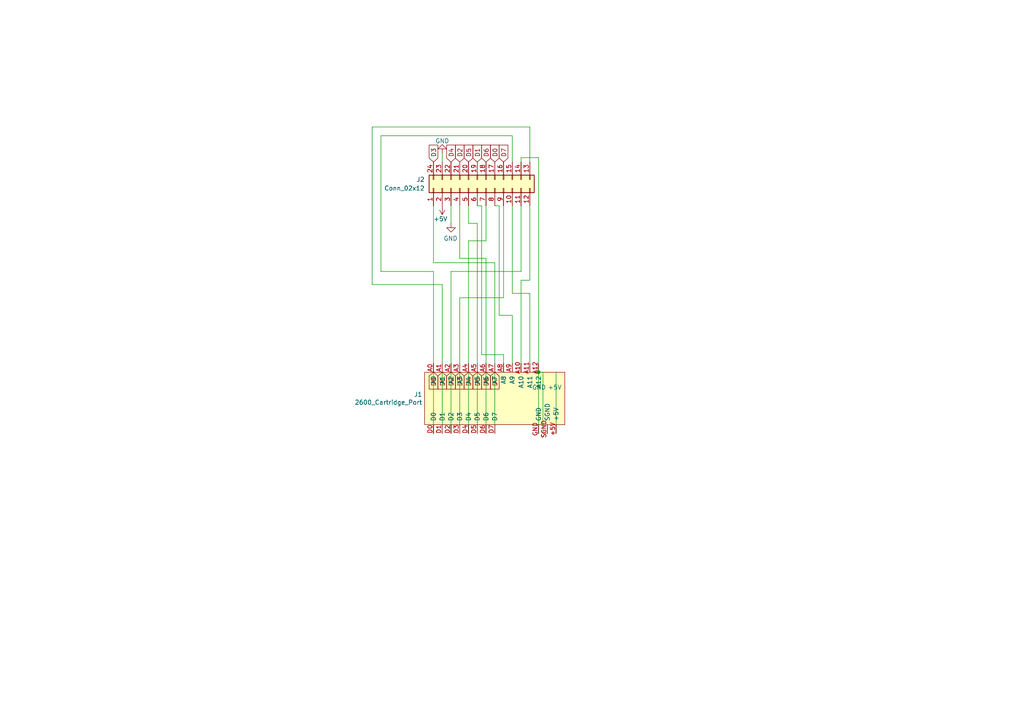
<source format=kicad_sch>
(kicad_sch (version 20231120) (generator "eeschema") (generator_version "8.0")
  (paper "A4")
  (title_block (title "Selecta2600 Ribbon Cable Adapter") (date "2025-02-09"))
  (lib_symbols
    (symbol "Connector_Generic:Conn_02x12_Counter_Clockwise" (pin_names (offset 1.016) hide)
      (property "Reference" "J" (at 1.27 15.24 0))
      (property "Value" "Conn_02x12_Counter_Clockwise" (at 1.27 -17.78 0))
      (symbol "Conn_02x12_Counter_Clockwise_1_1"
        (rectangle (start -1.27 -15.113) (end 0 -15.367) (stroke (width 0.1524)))
        (rectangle (start -1.27 -12.573) (end 0 -12.827) (stroke (width 0.1524)))
        (rectangle (start -1.27 -10.033) (end 0 -10.287) (stroke (width 0.1524)))
        (rectangle (start -1.27 -7.493) (end 0 -7.747) (stroke (width 0.1524)))
        (rectangle (start -1.27 -4.953) (end 0 -5.207) (stroke (width 0.1524)))
        (rectangle (start -1.27 -2.413) (end 0 -2.667) (stroke (width 0.1524)))
        (rectangle (start -1.27 0.127) (end 0 -0.127) (stroke (width 0.1524)))
        (rectangle (start -1.27 2.667) (end 0 2.413) (stroke (width 0.1524)))
        (rectangle (start -1.27 5.207) (end 0 4.953) (stroke (width 0.1524)))
        (rectangle (start -1.27 7.747) (end 0 7.493) (stroke (width 0.1524)))
        (rectangle (start -1.27 10.287) (end 0 10.033) (stroke (width 0.1524)))
        (rectangle (start -1.27 12.827) (end 0 12.573) (stroke (width 0.1524)))
        (rectangle (start -1.27 13.97) (end 3.81 -16.51) (stroke (width 0.254)) (fill (type background)))
        (rectangle (start 3.81 -15.113) (end 2.54 -15.367) (stroke (width 0.1524)))
        (rectangle (start 3.81 -12.573) (end 2.54 -12.827) (stroke (width 0.1524)))
        (rectangle (start 3.81 -10.033) (end 2.54 -10.287) (stroke (width 0.1524)))
        (rectangle (start 3.81 -7.493) (end 2.54 -7.747) (stroke (width 0.1524)))
        (rectangle (start 3.81 -4.953) (end 2.54 -5.207) (stroke (width 0.1524)))
        (rectangle (start 3.81 -2.413) (end 2.54 -2.667) (stroke (width 0.1524)))
        (rectangle (start 3.81 0.127) (end 2.54 -0.127) (stroke (width 0.1524)))
        (rectangle (start 3.81 2.667) (end 2.54 2.413) (stroke (width 0.1524)))
        (rectangle (start 3.81 5.207) (end 2.54 4.953) (stroke (width 0.1524)))
        (rectangle (start 3.81 7.747) (end 2.54 7.493) (stroke (width 0.1524)))
        (rectangle (start 3.81 10.287) (end 2.54 10.033) (stroke (width 0.1524)))
        (rectangle (start 3.81 12.827) (end 2.54 12.573) (stroke (width 0.1524)))
        (pin passive line (at -5.08 12.7 0) (length 3.81) (name "Pin_1") (number "1"))
        (pin passive line (at -5.08 -10.16 0) (length 3.81) (name "Pin_10") (number "10"))
        (pin passive line (at -5.08 -12.7 0) (length 3.81) (name "Pin_11") (number "11"))
        (pin passive line (at -5.08 -15.24 0) (length 3.81) (name "Pin_12") (number "12"))
        (pin passive line (at 7.62 -15.24 180) (length 3.81) (name "Pin_13") (number "13"))
        (pin passive line (at 7.62 -12.7 180) (length 3.81) (name "Pin_14") (number "14"))
        (pin passive line (at 7.62 -10.16 180) (length 3.81) (name "Pin_15") (number "15"))
        (pin passive line (at 7.62 -7.62 180) (length 3.81) (name "Pin_16") (number "16"))
        (pin passive line (at 7.62 -5.08 180) (length 3.81) (name "Pin_17") (number "17"))
        (pin passive line (at 7.62 -2.54 180) (length 3.81) (name "Pin_18") (number "18"))
        (pin passive line (at 7.62 0 180) (length 3.81) (name "Pin_19") (number "19"))
        (pin passive line (at -5.08 10.16 0) (length 3.81) (name "Pin_2") (number "2"))
        (pin passive line (at 7.62 2.54 180) (length 3.81) (name "Pin_20") (number "20"))
        (pin passive line (at 7.62 5.08 180) (length 3.81) (name "Pin_21") (number "21"))
        (pin passive line (at 7.62 7.62 180) (length 3.81) (name "Pin_22") (number "22"))
        (pin passive line (at 7.62 10.16 180) (length 3.81) (name "Pin_23") (number "23"))
        (pin passive line (at 7.62 12.7 180) (length 3.81) (name "Pin_24") (number "24"))
        (pin passive line (at -5.08 7.62 0) (length 3.81) (name "Pin_3") (number "3"))
        (pin passive line (at -5.08 5.08 0) (length 3.81) (name "Pin_4") (number "4"))
        (pin passive line (at -5.08 2.54 0) (length 3.81) (name "Pin_5") (number "5"))
        (pin passive line (at -5.08 0 0) (length 3.81) (name "Pin_6") (number "6"))
        (pin passive line (at -5.08 -2.54 0) (length 3.81) (name "Pin_7") (number "7"))
        (pin passive line (at -5.08 -5.08 0) (length 3.81) (name "Pin_8") (number "8"))
        (pin passive line (at -5.08 -7.62 0) (length 3.81) (name "Pin_9") (number "9"))
      )
    )
    (symbol "a2k6-cart-rescue:+5V-power" (power) (pin_names (offset 0))
      (property "Value" "power_+5V" (at 0 3.556 0))
      (symbol "+5V-power_0_1"
        (polyline (pts (xy -0.762 1.27) (xy 0 2.54)))
        (polyline (pts (xy 0 0) (xy 0 2.54)))
        (polyline (pts (xy 0 2.54) (xy 0.762 1.27)))
      )
      (symbol "+5V-power_1_1"
        (pin power_in line (at 0 0 90) (length 0) hide (name "+5V") (number "1"))
      )
    )
    (symbol "a2k6-cart-rescue:2600_Cartridge_Port-Atari" (pin_names (offset 1.016))
      (property "Reference" "J" (at 21.59 2.54 0))
      (property "Value" "Atari_2600_Cartridge_Port" (at 30.48 0 0))
      (symbol "2600_Cartridge_Port-Atari_0_1"
        (rectangle (start -20.32 7.62) (end 20.32 -7.62) (fill (type background)))
      )
      (symbol "2600_Cartridge_Port-Atari_1_0"
        (pin power_out line (at 17.78 10.16 270) (length 2.54) (name "+5V") (number "+5V"))
      )
      (symbol "2600_Cartridge_Port-Atari_1_1"
        (pin output line (at -17.78 -10.16 90) (length 2.54) (name "A0") (number "A0"))
        (pin output line (at -15.24 -10.16 90) (length 2.54) (name "A1") (number "A1"))
        (pin output line (at 7.62 -10.16 90) (length 2.54) (name "A10") (number "A10"))
        (pin output line (at 10.16 -10.16 90) (length 2.54) (name "A11") (number "A11"))
        (pin output line (at 12.7 -10.16 90) (length 2.54) (name "A12") (number "A12"))
        (pin output line (at -12.7 -10.16 90) (length 2.54) (name "A2") (number "A2"))
        (pin output line (at -10.16 -10.16 90) (length 2.54) (name "A3") (number "A3"))
        (pin output line (at -7.62 -10.16 90) (length 2.54) (name "A4") (number "A4"))
        (pin output line (at -5.08 -10.16 90) (length 2.54) (name "A5") (number "A5"))
        (pin output line (at -2.54 -10.16 90) (length 2.54) (name "A6") (number "A6"))
        (pin output line (at 0 -10.16 90) (length 2.54) (name "A7") (number "A7"))
        (pin output line (at 2.54 -10.16 90) (length 2.54) (name "A8") (number "A8"))
        (pin output line (at 5.08 -10.16 90) (length 2.54) (name "A9") (number "A9"))
        (pin input line (at -17.78 10.16 270) (length 2.54) (name "D0") (number "D0"))
        (pin input line (at -15.24 10.16 270) (length 2.54) (name "D1") (number "D1"))
        (pin input line (at -12.7 10.16 270) (length 2.54) (name "D2") (number "D2"))
        (pin input line (at -10.16 10.16 270) (length 2.54) (name "D3") (number "D3"))
        (pin input line (at -7.62 10.16 270) (length 2.54) (name "D4") (number "D4"))
        (pin input line (at -5.08 10.16 270) (length 2.54) (name "D5") (number "D5"))
        (pin input line (at -2.54 10.16 270) (length 2.54) (name "D6") (number "D6"))
        (pin input line (at 0 10.16 270) (length 2.54) (name "D7") (number "D7"))
        (pin power_in line (at 12.7 10.16 270) (length 2.54) (name "GND") (number "GND"))
        (pin power_in line (at 15.24 10.16 270) (length 2.54) (name "SGND") (number "SGND"))
      )
    )
    (symbol "a2k6-cart-rescue:GND-power" (power) (pin_names (offset 0))
      (property "Value" "power_GND" (at 0 -3.81 0))
      (symbol "GND-power_0_1"
        (polyline (pts (xy 0 0) (xy 0 -1.27) (xy 1.27 -1.27) (xy 0 -2.54) (xy -1.27 -1.27) (xy 0 -1.27)))
      )
      (symbol "GND-power_1_1"
        (pin power_in line (at 0 0 270) (length 0) hide (name "GND") (number "1"))
      )
    )
  )
  (junction (at 156.21 107.95))
  (wire (pts (xy 153.67 36.83) (xy 107.95 36.83)))
  (wire (pts (xy 133.35 59.69) (xy 133.35 74.93)))
  (wire (pts (xy 151.13 81.28) (xy 151.13 105.41)))
  (wire (pts (xy 148.59 105.41) (xy 148.59 91.44)))
  (wire (pts (xy 144.78 59.69) (xy 143.51 59.69)))
  (wire (pts (xy 146.05 102.87) (xy 139.7 102.87)))
  (wire (pts (xy 151.13 59.69) (xy 151.13 78.74)))
  (wire (pts (xy 135.89 64.77) (xy 138.43 64.77)))
  (wire (pts (xy 157.48 125.73) (xy 158.75 125.73)))
  (wire (pts (xy 153.67 85.09) (xy 153.67 105.41)))
  (wire (pts (xy 153.67 81.28) (xy 151.13 81.28)))
  (wire (pts (xy 140.97 74.93) (xy 140.97 105.41)))
  (wire (pts (xy 125.73 125.73) (xy 125.73 107.95)))
  (wire (pts (xy 138.43 105.41) (xy 138.43 64.77)))
  (wire (pts (xy 128.27 82.55) (xy 128.27 105.41)))
  (wire (pts (xy 125.73 76.2) (xy 125.73 59.69)))
  (wire (pts (xy 133.35 86.36) (xy 146.05 86.36)))
  (wire (pts (xy 133.35 105.41) (xy 133.35 86.36)))
  (wire (pts (xy 146.05 59.69) (xy 146.05 86.36)))
  (wire (pts (xy 128.27 44.45) (xy 128.27 46.99)))
  (wire (pts (xy 139.7 59.69) (xy 138.43 59.69)))
  (wire (pts (xy 133.35 125.73) (xy 133.35 107.95)))
  (wire (pts (xy 148.59 85.09) (xy 153.67 85.09)))
  (wire (pts (xy 138.43 125.73) (xy 138.43 107.95)))
  (wire (pts (xy 110.49 78.74) (xy 110.49 39.37)))
  (wire (pts (xy 140.97 125.73) (xy 140.97 107.95)))
  (wire (pts (xy 143.51 125.73) (xy 143.51 107.95)))
  (wire (pts (xy 146.05 105.41) (xy 146.05 102.87)))
  (wire (pts (xy 156.21 105.41) (xy 156.21 45.72)))
  (wire (pts (xy 130.81 78.74) (xy 151.13 78.74)))
  (wire (pts (xy 143.51 105.41) (xy 143.51 76.2)))
  (wire (pts (xy 135.89 59.69) (xy 135.89 64.77)))
  (wire (pts (xy 125.73 78.74) (xy 110.49 78.74)))
  (wire (pts (xy 157.48 125.73) (xy 157.48 107.95)))
  (wire (pts (xy 139.7 102.87) (xy 139.7 59.69)))
  (wire (pts (xy 133.35 74.93) (xy 140.97 74.93)))
  (wire (pts (xy 161.29 125.73) (xy 161.29 107.95)))
  (wire (pts (xy 156.21 125.73) (xy 156.21 107.95)))
  (wire (pts (xy 148.59 91.44) (xy 144.78 91.44)))
  (wire (pts (xy 153.67 46.99) (xy 153.67 36.83)))
  (wire (pts (xy 128.27 125.73) (xy 128.27 107.95)))
  (wire (pts (xy 148.59 59.69) (xy 148.59 85.09)))
  (wire (pts (xy 157.48 107.95) (xy 156.21 107.95)))
  (wire (pts (xy 107.95 82.55) (xy 128.27 82.55)))
  (wire (pts (xy 130.81 78.74) (xy 130.81 105.41)))
  (wire (pts (xy 151.13 45.72) (xy 151.13 46.99)))
  (wire (pts (xy 110.49 39.37) (xy 148.59 39.37)))
  (wire (pts (xy 143.51 76.2) (xy 125.73 76.2)))
  (wire (pts (xy 144.78 59.69) (xy 144.78 91.44)))
  (wire (pts (xy 130.81 59.69) (xy 130.81 64.77)))
  (wire (pts (xy 153.67 59.69) (xy 153.67 81.28)))
  (wire (pts (xy 140.97 69.85) (xy 135.89 69.85)))
  (wire (pts (xy 135.89 125.73) (xy 135.89 107.95)))
  (wire (pts (xy 130.81 125.73) (xy 130.81 107.95)))
  (wire (pts (xy 140.97 59.69) (xy 140.97 69.85)))
  (wire (pts (xy 125.73 105.41) (xy 125.73 78.74)))
  (wire (pts (xy 148.59 39.37) (xy 148.59 46.99)))
  (wire (pts (xy 107.95 36.83) (xy 107.95 82.55)))
  (wire (pts (xy 156.21 45.72) (xy 151.13 45.72)))
  (wire (pts (xy 135.89 69.85) (xy 135.89 105.41)))
  (global_label "D7" (shape input) (at 146.05 46.99 90) (property "Intersheetrefs" "${INTERSHEET_REFS}" (effects (hide yes))))
  (global_label "D5" (shape input) (at 138.43 107.95 270) (property "Intersheetrefs" "${INTERSHEET_REFS}" (effects (hide yes))))
  (global_label "D3" (shape input) (at 133.35 107.95 270) (property "Intersheetrefs" "${INTERSHEET_REFS}" (effects (hide yes))))
  (global_label "D4" (shape input) (at 130.81 46.99 90) (property "Intersheetrefs" "${INTERSHEET_REFS}" (effects (hide yes))))
  (global_label "D3" (shape input) (at 125.73 46.99 90) (property "Intersheetrefs" "${INTERSHEET_REFS}" (effects (hide yes))))
  (global_label "D2" (shape input) (at 133.35 46.99 90) (property "Intersheetrefs" "${INTERSHEET_REFS}" (effects (hide yes))))
  (global_label "D6" (shape input) (at 140.97 46.99 90) (property "Intersheetrefs" "${INTERSHEET_REFS}" (effects (hide yes))))
  (global_label "D2" (shape input) (at 130.81 107.95 270) (property "Intersheetrefs" "${INTERSHEET_REFS}" (effects (hide yes))))
  (global_label "D1" (shape input) (at 128.27 107.95 270) (property "Intersheetrefs" "${INTERSHEET_REFS}" (effects (hide yes))))
  (global_label "D6" (shape input) (at 140.97 107.95 270) (property "Intersheetrefs" "${INTERSHEET_REFS}" (effects (hide yes))))
  (global_label "D7" (shape input) (at 143.51 107.95 270) (property "Intersheetrefs" "${INTERSHEET_REFS}" (effects (hide yes))))
  (global_label "D5" (shape input) (at 135.89 46.99 90) (property "Intersheetrefs" "${INTERSHEET_REFS}" (effects (hide yes))))
  (global_label "D4" (shape input) (at 135.89 107.95 270) (property "Intersheetrefs" "${INTERSHEET_REFS}" (effects (hide yes))))
  (global_label "D0" (shape input) (at 125.73 107.95 270) (property "Intersheetrefs" "${INTERSHEET_REFS}" (effects (hide yes))))
  (global_label "D0" (shape input) (at 143.51 46.99 90) (property "Intersheetrefs" "${INTERSHEET_REFS}" (effects (hide yes))))
  (global_label "D1" (shape input) (at 138.43 46.99 90) (property "Intersheetrefs" "${INTERSHEET_REFS}" (effects (hide yes))))
  (symbol (lib_id "a2k6-cart-rescue:2600_Cartridge_Port-Atari") (at 143.51 115.57 0) (mirror x) (unit 1)
    (property "Reference" "J1" (at 122.4788 114.4016 0) (effects (justify right)))
    (property "Value" "2600_Cartridge_Port" (at 122.4788 116.713 0) (effects (justify right)))
    (property "Footprint" "Atari:2600_Cartridge_Port" (effects (hide yes)))
  )
  (symbol (lib_id "a2k6-cart-rescue:GND-power") (at 156.21 107.95 0) (unit 1)
    (property "Reference" "#PWR04" (effects (hide yes)))
    (property "Value" "GND" (at 156.337 112.3442 0))
  )
  (symbol (lib_id "a2k6-cart-rescue:GND-power") (at 130.81 64.77 0) (mirror y) (unit 1)
    (property "Reference" "#PWR03" (effects (hide yes)))
    (property "Value" "GND" (at 130.683 69.1642 0))
  )
  (symbol (lib_id "a2k6-cart-rescue:+5V-power") (at 128.27 59.69 0) (mirror x) (unit 1)
    (property "Reference" "#PWR01" (effects (hide yes)))
    (property "Value" "+5V" (at 127.762 63.5 0))
  )
  (symbol (lib_id "a2k6-cart-rescue:GND-power") (at 128.27 44.45 180) (unit 1)
    (property "Reference" "#PWR02" (effects (hide yes)))
    (property "Value" "GND" (at 128.27 40.894 0))
  )
  (symbol (lib_id "a2k6-cart-rescue:+5V-power") (at 161.29 107.95 180) (unit 1)
    (property "Reference" "#PWR05" (effects (hide yes)))
    (property "Value" "+5V" (at 160.909 112.3442 0))
  )
  (symbol (lib_id "Connector_Generic:Conn_02x12_Counter_Clockwise") (at 138.43 54.61 90) (unit 1)
    (property "Reference" "J2" (at 123.19 52.0699 90) (effects (justify left)))
    (property "Value" "Conn_02x12" (at 123.19 54.6099 90) (effects (justify left)))
    (property "Footprint" "Connector_IDC:IDC-Header_2x12_P2.54mm_Vertical" (effects (hide yes)))
    (property "Description" "Generic connector, double row, 02x12, counter clockwise pin numbering scheme (similar to DIP package numbering), script generated (kicad-library-utils/schlib/autogen/connector/)" (effects (hide yes)))
  )
)
</source>
